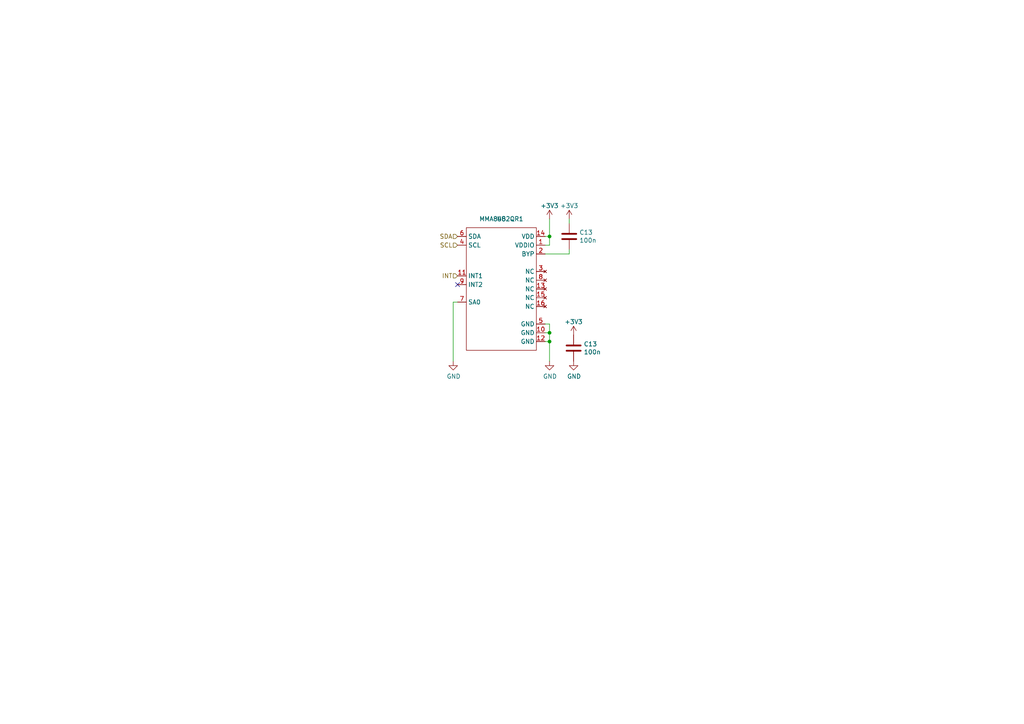
<source format=kicad_sch>
(kicad_sch (version 20230819) (generator eeschema)
  (paper "A4")
  (title_block (title "HackerHotel 2024 badge") (date "2023-08-30") (rev "1") (company "Nicolai Electronics") (comment 1 "License: CERN Open Hardware Licence Version 2 - Permissive"))
  (lib_symbols
    (symbol "symbols2:+3.3V" (power) (pin_names (offset 0))
      (property "Value" "+3.3V" (at 0 3.556 0))
      (symbol "+3.3V_0_1"
        (polyline (pts (xy -0.762 1.27) (xy 0 2.54)))
        (polyline (pts (xy 0 0) (xy 0 2.54)))
        (polyline (pts (xy 0 2.54) (xy 0.762 1.27)))
      )
      (symbol "+3.3V_1_1"
        (pin power_in line (at 0 0 90) (length 0) hide (name "+3.3V") (number "1"))
      )
    )
    (symbol "symbols2:GND" (power) (pin_names (offset 0))
      (property "Value" "GND" (at 0 -3.81 0))
      (symbol "GND_0_1"
        (polyline (pts (xy 0 0) (xy 0 -1.27) (xy 1.27 -1.27) (xy 0 -2.54) (xy -1.27 -1.27) (xy 0 -1.27)))
      )
      (symbol "GND_1_1"
        (pin power_in line (at 0 0 270) (length 0) hide (name "GND") (number "1"))
      )
    )
    (symbol "symbols:C" (pin_numbers hide) (pin_names (offset 0.254))
      (property "Reference" "C" (at 0.635 2.54 0))
      (property "Value" "C" (at 0.635 -2.54 0))
      (symbol "C_0_1"
        (polyline (pts (xy -2.032 -0.762) (xy 2.032 -0.762)) (stroke (width 0.508)))
        (polyline (pts (xy -2.032 0.762) (xy 2.032 0.762)) (stroke (width 0.508)))
      )
      (symbol "C_1_1"
        (pin passive line (at 0 3.81 270) (length 2.794) (name "~") (number "1"))
        (pin passive line (at 0 -3.81 90) (length 2.794) (name "~") (number "2"))
      )
    )
    (symbol "symbols:MMA8452QR1"
      (property "Reference" "U" (at 0 11.43 0))
      (symbol "MMA8452QR1_0_1"
        (rectangle (start -10.16 10.16) (end 10.16 -25.4))
      )
      (symbol "MMA8452QR1_1_1"
        (pin input line (at 12.7 5.08 180) (length 2.54) (name "VDDIO") (number "1"))
        (pin input line (at 12.7 -20.32 180) (length 2.54) (name "GND") (number "10"))
        (pin input line (at -12.7 -3.81 0) (length 2.54) (name "INT1") (number "11"))
        (pin input line (at 12.7 -22.86 180) (length 2.54) (name "GND") (number "12"))
        (pin no_connect line (at 12.7 -7.62 180) (length 2.54) (name "NC") (number "13"))
        (pin input line (at 12.7 7.62 180) (length 2.54) (name "VDD") (number "14"))
        (pin no_connect line (at 12.7 -10.16 180) (length 2.54) (name "NC") (number "15"))
        (pin no_connect line (at 12.7 -12.7 180) (length 2.54) (name "NC") (number "16"))
        (pin input line (at 12.7 2.54 180) (length 2.54) (name "BYP") (number "2"))
        (pin no_connect line (at 12.7 -2.54 180) (length 2.54) (name "NC") (number "3"))
        (pin input line (at -12.7 5.08 0) (length 2.54) (name "SCL") (number "4"))
        (pin input line (at 12.7 -17.78 180) (length 2.54) (name "GND") (number "5"))
        (pin input line (at -12.7 7.62 0) (length 2.54) (name "SDA") (number "6"))
        (pin input line (at -12.7 -11.43 0) (length 2.54) (name "SA0") (number "7"))
        (pin no_connect line (at 12.7 -5.08 180) (length 2.54) (name "NC") (number "8"))
        (pin input line (at -12.7 -6.35 0) (length 2.54) (name "INT2") (number "9"))
      )
    )
  )
  (junction (at 159.385 99.06))
  (junction (at 159.385 68.58))
  (junction (at 159.385 96.52))
  (no_connect (at 132.715 82.55))
  (wire (pts (xy 158.115 99.06) (xy 159.385 99.06)))
  (wire (pts (xy 159.385 99.06) (xy 159.385 104.775)))
  (wire (pts (xy 131.445 87.63) (xy 131.445 104.775)))
  (wire (pts (xy 158.115 68.58) (xy 159.385 68.58)))
  (wire (pts (xy 132.715 87.63) (xy 131.445 87.63)))
  (wire (pts (xy 158.115 73.66) (xy 165.1 73.66)))
  (wire (pts (xy 165.1 63.5) (xy 165.1 64.77)))
  (wire (pts (xy 158.115 93.98) (xy 159.385 93.98)))
  (wire (pts (xy 159.385 96.52) (xy 159.385 99.06)))
  (wire (pts (xy 159.385 63.5) (xy 159.385 68.58)))
  (wire (pts (xy 158.115 71.12) (xy 159.385 71.12)))
  (wire (pts (xy 158.115 96.52) (xy 159.385 96.52)))
  (wire (pts (xy 159.385 68.58) (xy 159.385 71.12)))
  (wire (pts (xy 159.385 93.98) (xy 159.385 96.52)))
  (wire (pts (xy 165.1 72.39) (xy 165.1 73.66)))
  (hierarchical_label "INT" (shape input) (at 132.715 80.01 180))
  (hierarchical_label "SDA" (shape input) (at 132.715 68.58 180))
  (hierarchical_label "SCL" (shape input) (at 132.715 71.12 180))
  (symbol (lib_id "symbols2:GND") (at 159.385 104.775 0) (unit 1)
    (property "Reference" "#PWR012" (effects hide))
    (property "Value" "GND" (at 159.512 109.1692 0))
    (property "Description" "Power symbol creates a global label with name \"GND\" , ground" (effects hide))
    (instances (project "hh2024" (path "" (reference "#PWR012") (unit 1)) (path "" (reference "#PWR06") (unit 1))))
  )
  (symbol (lib_id "symbols2:+3.3V") (at 166.37 97.155 0) (unit 1)
    (property "Reference" "#PWR011" (effects hide))
    (property "Value" "+3V3" (at 166.37 93.345 0))
    (property "Description" "Power symbol creates a global label with name \"+3.3V\"" (effects hide))
    (instances (project "hh2024" (path "" (reference "#PWR011") (unit 1)) (path "" (reference "#PWR088") (unit 1))))
  )
  (symbol (lib_id "symbols2:+3.3V") (at 165.1 63.5 0) (unit 1)
    (property "Reference" "#PWR011" (effects hide))
    (property "Value" "+3V3" (at 165.1 59.69 0))
    (property "Description" "Power symbol creates a global label with name \"+3.3V\"" (effects hide))
    (instances (project "hh2024" (path "" (reference "#PWR011") (unit 1)) (path "" (reference "#PWR024") (unit 1))))
  )
  (symbol (lib_id "symbols:C") (at 165.1 68.58 0) (unit 1)
    (property "Reference" "C13" (at 168.021 67.4116 0) (effects (justify left)))
    (property "Value" "100n" (at 168.021 69.723 0) (effects (justify left)))
    (property "Footprint" "tanoshii:C_0402_1005Metric" (effects hide))
    (property "Datasheet" "https://datasheet.lcsc.com/lcsc/2304140030_Samsung-Electro-Mechanics-CL05B104KB54PNC_C307331.pdf" (effects hide))
    (property "LCSC" "C307331" (effects hide))
    (instances (project "hh2024" (path "" (reference "C13") (unit 1)) (path "" (reference "C4") (unit 1)) (path "" (reference "C2") (unit 1))))
  )
  (symbol (lib_id "symbols2:GND") (at 166.37 104.775 0) (unit 1)
    (property "Reference" "#PWR012" (effects hide))
    (property "Value" "GND" (at 166.497 109.1692 0))
    (property "Description" "Power symbol creates a global label with name \"GND\" , ground" (effects hide))
    (instances (project "hh2024" (path "" (reference "#PWR012") (unit 1)) (path "" (reference "#PWR080") (unit 1))))
  )
  (symbol (lib_id "symbols:MMA8452QR1") (at 145.415 76.2 0) (unit 1)
    (property "Reference" "U8" (at 145.415 63.5 0))
    (property "Value" "MMA8452QR1" (at 145.415 63.5 0))
    (property "Footprint" "tanoshii:XDCR_MMA8452QR1" (effects hide))
    (property "Datasheet" "https://datasheet.lcsc.com/lcsc/1806121726_NXP-Semicon-MMA8452QR1_C11360.pdf" (effects hide))
    (property "LCSC" "C11360" (effects hide))
  )
  (symbol (lib_id "symbols:C") (at 166.37 100.965 0) (unit 1)
    (property "Reference" "C13" (at 169.291 99.7966 0) (effects (justify left)))
    (property "Value" "100n" (at 169.291 102.108 0) (effects (justify left)))
    (property "Footprint" "tanoshii:C_0402_1005Metric" (effects hide))
    (property "Datasheet" "https://datasheet.lcsc.com/lcsc/2304140030_Samsung-Electro-Mechanics-CL05B104KB54PNC_C307331.pdf" (effects hide))
    (property "LCSC" "C307331" (effects hide))
    (instances (project "hh2024" (path "" (reference "C13") (unit 1)) (path "" (reference "C4") (unit 1)) (path "" (reference "C3") (unit 1))))
  )
  (symbol (lib_id "symbols2:+3.3V") (at 159.385 63.5 0) (unit 1)
    (property "Reference" "#PWR011" (effects hide))
    (property "Value" "+3V3" (at 159.385 59.69 0))
    (property "Description" "Power symbol creates a global label with name \"+3.3V\"" (effects hide))
    (instances (project "hh2024" (path "" (reference "#PWR011") (unit 1)) (path "" (reference "#PWR023") (unit 1))))
  )
  (symbol (lib_id "symbols2:GND") (at 131.445 104.775 0) (unit 1)
    (property "Reference" "#PWR012" (effects hide))
    (property "Value" "GND" (at 131.572 109.1692 0))
    (property "Description" "Power symbol creates a global label with name \"GND\" , ground" (effects hide))
    (instances (project "hh2024" (path "" (reference "#PWR012") (unit 1)) (path "" (reference "#PWR089") (unit 1))))
  )
)
</source>
